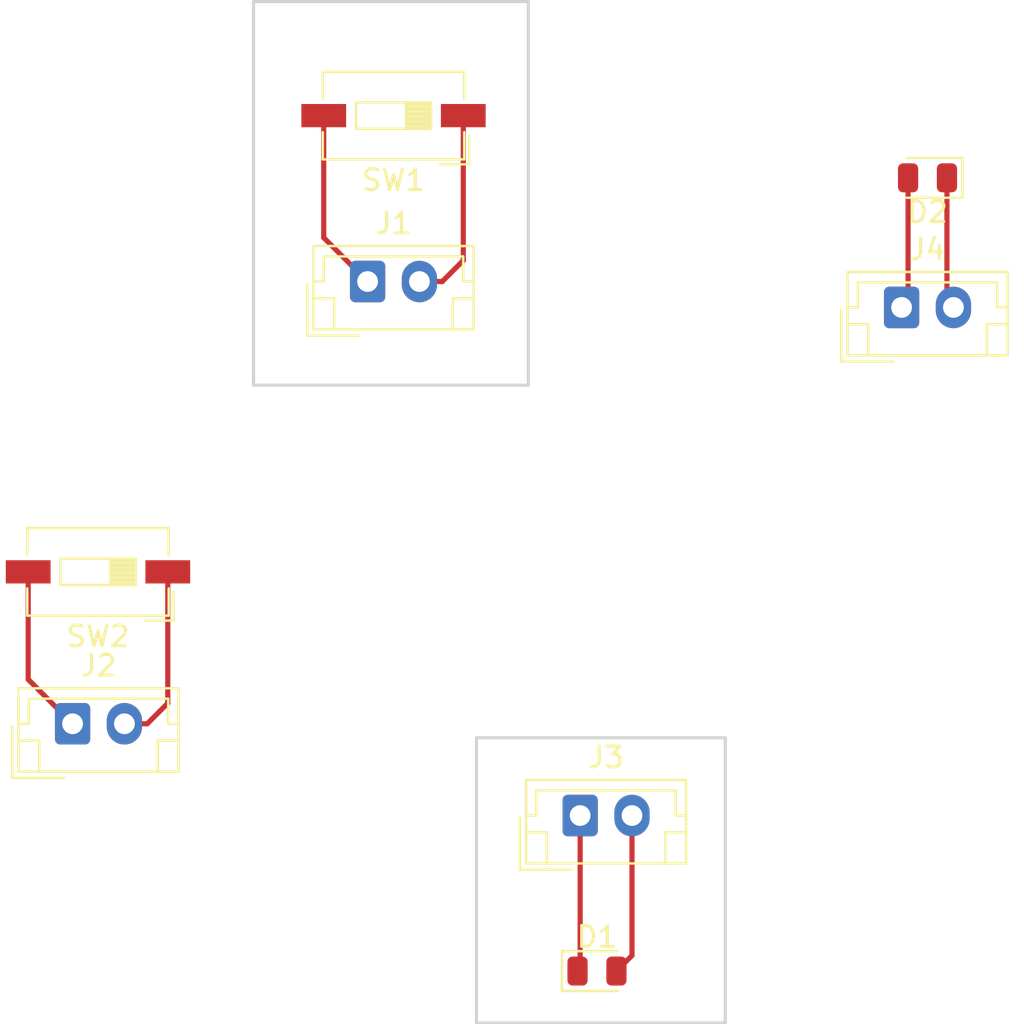
<source format=kicad_pcb>
(kicad_pcb (version 20171130) (host pcbnew 5.0.2-bee76a0~70~ubuntu18.04.1)

  (general
    (thickness 1.6)
    (drawings 8)
    (tracks 18)
    (zones 0)
    (modules 8)
    (nets 9)
  )

  (page A4)
  (layers
    (0 F.Cu signal)
    (31 B.Cu signal)
    (32 B.Adhes user)
    (33 F.Adhes user)
    (34 B.Paste user)
    (35 F.Paste user)
    (36 B.SilkS user)
    (37 F.SilkS user)
    (38 B.Mask user)
    (39 F.Mask user)
    (40 Dwgs.User user)
    (41 Cmts.User user)
    (42 Eco1.User user)
    (43 Eco2.User user)
    (44 Edge.Cuts user)
    (45 Margin user)
    (46 B.CrtYd user)
    (47 F.CrtYd user)
    (48 B.Fab user)
    (49 F.Fab user)
  )

  (setup
    (last_trace_width 0.25)
    (trace_clearance 0.2)
    (zone_clearance 0.508)
    (zone_45_only no)
    (trace_min 0.2)
    (segment_width 0.2)
    (edge_width 0.15)
    (via_size 0.8)
    (via_drill 0.4)
    (via_min_size 0.4)
    (via_min_drill 0.3)
    (uvia_size 0.3)
    (uvia_drill 0.1)
    (uvias_allowed no)
    (uvia_min_size 0.2)
    (uvia_min_drill 0.1)
    (pcb_text_width 0.3)
    (pcb_text_size 1.5 1.5)
    (mod_edge_width 0.15)
    (mod_text_size 1 1)
    (mod_text_width 0.15)
    (pad_size 1.524 1.524)
    (pad_drill 0.762)
    (pad_to_mask_clearance 0.051)
    (solder_mask_min_width 0.25)
    (aux_axis_origin 0 0)
    (visible_elements FFFFFF7F)
    (pcbplotparams
      (layerselection 0x010fc_ffffffff)
      (usegerberextensions false)
      (usegerberattributes false)
      (usegerberadvancedattributes false)
      (creategerberjobfile false)
      (excludeedgelayer true)
      (linewidth 0.100000)
      (plotframeref false)
      (viasonmask false)
      (mode 1)
      (useauxorigin false)
      (hpglpennumber 1)
      (hpglpenspeed 20)
      (hpglpendiameter 15.000000)
      (psnegative false)
      (psa4output false)
      (plotreference true)
      (plotvalue true)
      (plotinvisibletext false)
      (padsonsilk false)
      (subtractmaskfromsilk false)
      (outputformat 1)
      (mirror false)
      (drillshape 1)
      (scaleselection 1)
      (outputdirectory ""))
  )

  (net 0 "")
  (net 1 "Net-(D1-Pad1)")
  (net 2 "Net-(D1-Pad2)")
  (net 3 "Net-(D2-Pad2)")
  (net 4 "Net-(D2-Pad1)")
  (net 5 "Net-(J1-Pad1)")
  (net 6 "Net-(J1-Pad2)")
  (net 7 "Net-(J2-Pad2)")
  (net 8 "Net-(J2-Pad1)")

  (net_class Default "This is the default net class."
    (clearance 0.2)
    (trace_width 0.25)
    (via_dia 0.8)
    (via_drill 0.4)
    (uvia_dia 0.3)
    (uvia_drill 0.1)
    (add_net "Net-(D1-Pad1)")
    (add_net "Net-(D1-Pad2)")
    (add_net "Net-(D2-Pad1)")
    (add_net "Net-(D2-Pad2)")
    (add_net "Net-(J1-Pad1)")
    (add_net "Net-(J1-Pad2)")
    (add_net "Net-(J2-Pad1)")
    (add_net "Net-(J2-Pad2)")
  )

  (module LED_SMD:LED_0805_2012Metric (layer F.Cu) (tedit 5B36C52C) (tstamp 5CCCBB7A)
    (at 131.8125 100.75)
    (descr "LED SMD 0805 (2012 Metric), square (rectangular) end terminal, IPC_7351 nominal, (Body size source: https://docs.google.com/spreadsheets/d/1BsfQQcO9C6DZCsRaXUlFlo91Tg2WpOkGARC1WS5S8t0/edit?usp=sharing), generated with kicad-footprint-generator")
    (tags diode)
    (path /5CC030D0)
    (attr smd)
    (fp_text reference D1 (at 0 -1.65) (layer F.SilkS)
      (effects (font (size 1 1) (thickness 0.15)))
    )
    (fp_text value LED (at 0 1.65) (layer F.Fab)
      (effects (font (size 1 1) (thickness 0.15)))
    )
    (fp_line (start 1 -0.6) (end -0.7 -0.6) (layer F.Fab) (width 0.1))
    (fp_line (start -0.7 -0.6) (end -1 -0.3) (layer F.Fab) (width 0.1))
    (fp_line (start -1 -0.3) (end -1 0.6) (layer F.Fab) (width 0.1))
    (fp_line (start -1 0.6) (end 1 0.6) (layer F.Fab) (width 0.1))
    (fp_line (start 1 0.6) (end 1 -0.6) (layer F.Fab) (width 0.1))
    (fp_line (start 1 -0.96) (end -1.685 -0.96) (layer F.SilkS) (width 0.12))
    (fp_line (start -1.685 -0.96) (end -1.685 0.96) (layer F.SilkS) (width 0.12))
    (fp_line (start -1.685 0.96) (end 1 0.96) (layer F.SilkS) (width 0.12))
    (fp_line (start -1.68 0.95) (end -1.68 -0.95) (layer F.CrtYd) (width 0.05))
    (fp_line (start -1.68 -0.95) (end 1.68 -0.95) (layer F.CrtYd) (width 0.05))
    (fp_line (start 1.68 -0.95) (end 1.68 0.95) (layer F.CrtYd) (width 0.05))
    (fp_line (start 1.68 0.95) (end -1.68 0.95) (layer F.CrtYd) (width 0.05))
    (fp_text user %R (at 0 0) (layer F.Fab)
      (effects (font (size 0.5 0.5) (thickness 0.08)))
    )
    (pad 1 smd roundrect (at -0.9375 0) (size 0.975 1.4) (layers F.Cu F.Paste F.Mask) (roundrect_rratio 0.25)
      (net 1 "Net-(D1-Pad1)"))
    (pad 2 smd roundrect (at 0.9375 0) (size 0.975 1.4) (layers F.Cu F.Paste F.Mask) (roundrect_rratio 0.25)
      (net 2 "Net-(D1-Pad2)"))
    (model ${KISYS3DMOD}/LED_SMD.3dshapes/LED_0805_2012Metric.wrl
      (at (xyz 0 0 0))
      (scale (xyz 1 1 1))
      (rotate (xyz 0 0 0))
    )
  )

  (module LED_SMD:LED_0805_2012Metric (layer F.Cu) (tedit 5B36C52C) (tstamp 5CCCBB8D)
    (at 147.75 62.5 180)
    (descr "LED SMD 0805 (2012 Metric), square (rectangular) end terminal, IPC_7351 nominal, (Body size source: https://docs.google.com/spreadsheets/d/1BsfQQcO9C6DZCsRaXUlFlo91Tg2WpOkGARC1WS5S8t0/edit?usp=sharing), generated with kicad-footprint-generator")
    (tags diode)
    (path /5CC03301)
    (attr smd)
    (fp_text reference D2 (at 0 -1.65 180) (layer F.SilkS)
      (effects (font (size 1 1) (thickness 0.15)))
    )
    (fp_text value D_Photo (at 0 1.65 180) (layer F.Fab)
      (effects (font (size 1 1) (thickness 0.15)))
    )
    (fp_text user %R (at 0.004999 0 180) (layer F.Fab)
      (effects (font (size 0.5 0.5) (thickness 0.08)))
    )
    (fp_line (start 1.68 0.95) (end -1.68 0.95) (layer F.CrtYd) (width 0.05))
    (fp_line (start 1.68 -0.95) (end 1.68 0.95) (layer F.CrtYd) (width 0.05))
    (fp_line (start -1.68 -0.95) (end 1.68 -0.95) (layer F.CrtYd) (width 0.05))
    (fp_line (start -1.68 0.95) (end -1.68 -0.95) (layer F.CrtYd) (width 0.05))
    (fp_line (start -1.685 0.96) (end 1 0.96) (layer F.SilkS) (width 0.12))
    (fp_line (start -1.685 -0.96) (end -1.685 0.96) (layer F.SilkS) (width 0.12))
    (fp_line (start 1 -0.96) (end -1.685 -0.96) (layer F.SilkS) (width 0.12))
    (fp_line (start 1 0.6) (end 1 -0.6) (layer F.Fab) (width 0.1))
    (fp_line (start -1 0.6) (end 1 0.6) (layer F.Fab) (width 0.1))
    (fp_line (start -1 -0.3) (end -1 0.6) (layer F.Fab) (width 0.1))
    (fp_line (start -0.7 -0.6) (end -1 -0.3) (layer F.Fab) (width 0.1))
    (fp_line (start 1 -0.6) (end -0.7 -0.6) (layer F.Fab) (width 0.1))
    (pad 2 smd roundrect (at 0.9375 0 180) (size 0.975 1.4) (layers F.Cu F.Paste F.Mask) (roundrect_rratio 0.25)
      (net 3 "Net-(D2-Pad2)"))
    (pad 1 smd roundrect (at -0.9375 0 180) (size 0.975 1.4) (layers F.Cu F.Paste F.Mask) (roundrect_rratio 0.25)
      (net 4 "Net-(D2-Pad1)"))
    (model ${KISYS3DMOD}/LED_SMD.3dshapes/LED_0805_2012Metric.wrl
      (at (xyz 0 0 0))
      (scale (xyz 1 1 1))
      (rotate (xyz 0 0 0))
    )
  )

  (module Connector_JST:JST_EH_B02B-EH-A_1x02_P2.50mm_Vertical (layer F.Cu) (tedit 5B772AC7) (tstamp 5CCCBBAD)
    (at 120.75 67.5)
    (descr "JST EH series connector, B02B-EH-A (http://www.jst-mfg.com/product/pdf/eng/eEH.pdf), generated with kicad-footprint-generator")
    (tags "connector JST EH side entry")
    (path /5CC02A54)
    (fp_text reference J1 (at 1.25 -2.8) (layer F.SilkS)
      (effects (font (size 1 1) (thickness 0.15)))
    )
    (fp_text value Conn_01x02 (at 1.25 3.4) (layer F.Fab)
      (effects (font (size 1 1) (thickness 0.15)))
    )
    (fp_line (start -2.5 -1.6) (end -2.5 2.2) (layer F.Fab) (width 0.1))
    (fp_line (start -2.5 2.2) (end 5 2.2) (layer F.Fab) (width 0.1))
    (fp_line (start 5 2.2) (end 5 -1.6) (layer F.Fab) (width 0.1))
    (fp_line (start 5 -1.6) (end -2.5 -1.6) (layer F.Fab) (width 0.1))
    (fp_line (start -3 -2.1) (end -3 2.7) (layer F.CrtYd) (width 0.05))
    (fp_line (start -3 2.7) (end 5.5 2.7) (layer F.CrtYd) (width 0.05))
    (fp_line (start 5.5 2.7) (end 5.5 -2.1) (layer F.CrtYd) (width 0.05))
    (fp_line (start 5.5 -2.1) (end -3 -2.1) (layer F.CrtYd) (width 0.05))
    (fp_line (start -2.61 -1.71) (end -2.61 2.31) (layer F.SilkS) (width 0.12))
    (fp_line (start -2.61 2.31) (end 5.11 2.31) (layer F.SilkS) (width 0.12))
    (fp_line (start 5.11 2.31) (end 5.11 -1.71) (layer F.SilkS) (width 0.12))
    (fp_line (start 5.11 -1.71) (end -2.61 -1.71) (layer F.SilkS) (width 0.12))
    (fp_line (start -2.61 0) (end -2.11 0) (layer F.SilkS) (width 0.12))
    (fp_line (start -2.11 0) (end -2.11 -1.21) (layer F.SilkS) (width 0.12))
    (fp_line (start -2.11 -1.21) (end 4.61 -1.21) (layer F.SilkS) (width 0.12))
    (fp_line (start 4.61 -1.21) (end 4.61 0) (layer F.SilkS) (width 0.12))
    (fp_line (start 4.61 0) (end 5.11 0) (layer F.SilkS) (width 0.12))
    (fp_line (start -2.61 0.81) (end -1.61 0.81) (layer F.SilkS) (width 0.12))
    (fp_line (start -1.61 0.81) (end -1.61 2.31) (layer F.SilkS) (width 0.12))
    (fp_line (start 5.11 0.81) (end 4.11 0.81) (layer F.SilkS) (width 0.12))
    (fp_line (start 4.11 0.81) (end 4.11 2.31) (layer F.SilkS) (width 0.12))
    (fp_line (start -2.91 0.11) (end -2.91 2.61) (layer F.SilkS) (width 0.12))
    (fp_line (start -2.91 2.61) (end -0.41 2.61) (layer F.SilkS) (width 0.12))
    (fp_line (start -2.91 0.11) (end -2.91 2.61) (layer F.Fab) (width 0.1))
    (fp_line (start -2.91 2.61) (end -0.41 2.61) (layer F.Fab) (width 0.1))
    (fp_text user %R (at 1.25 1.5) (layer F.Fab)
      (effects (font (size 1 1) (thickness 0.15)))
    )
    (pad 1 thru_hole roundrect (at 0 0) (size 1.7 2) (drill 1) (layers *.Cu *.Mask) (roundrect_rratio 0.147059)
      (net 5 "Net-(J1-Pad1)"))
    (pad 2 thru_hole oval (at 2.5 0) (size 1.7 2) (drill 1) (layers *.Cu *.Mask)
      (net 6 "Net-(J1-Pad2)"))
    (model ${KISYS3DMOD}/Connector_JST.3dshapes/JST_EH_B02B-EH-A_1x02_P2.50mm_Vertical.wrl
      (at (xyz 0 0 0))
      (scale (xyz 1 1 1))
      (rotate (xyz 0 0 0))
    )
  )

  (module Connector_JST:JST_EH_B02B-EH-A_1x02_P2.50mm_Vertical (layer F.Cu) (tedit 5B772AC7) (tstamp 5CCCBBCD)
    (at 106.525001 88.825001)
    (descr "JST EH series connector, B02B-EH-A (http://www.jst-mfg.com/product/pdf/eng/eEH.pdf), generated with kicad-footprint-generator")
    (tags "connector JST EH side entry")
    (path /5CC02EF3)
    (fp_text reference J2 (at 1.25 -2.8) (layer F.SilkS)
      (effects (font (size 1 1) (thickness 0.15)))
    )
    (fp_text value Conn_01x02 (at 1.25 3.4) (layer F.Fab)
      (effects (font (size 1 1) (thickness 0.15)))
    )
    (fp_text user %R (at 1.25 1.5) (layer F.Fab)
      (effects (font (size 1 1) (thickness 0.15)))
    )
    (fp_line (start -2.91 2.61) (end -0.41 2.61) (layer F.Fab) (width 0.1))
    (fp_line (start -2.91 0.11) (end -2.91 2.61) (layer F.Fab) (width 0.1))
    (fp_line (start -2.91 2.61) (end -0.41 2.61) (layer F.SilkS) (width 0.12))
    (fp_line (start -2.91 0.11) (end -2.91 2.61) (layer F.SilkS) (width 0.12))
    (fp_line (start 4.11 0.81) (end 4.11 2.31) (layer F.SilkS) (width 0.12))
    (fp_line (start 5.11 0.81) (end 4.11 0.81) (layer F.SilkS) (width 0.12))
    (fp_line (start -1.61 0.81) (end -1.61 2.31) (layer F.SilkS) (width 0.12))
    (fp_line (start -2.61 0.81) (end -1.61 0.81) (layer F.SilkS) (width 0.12))
    (fp_line (start 4.61 0) (end 5.11 0) (layer F.SilkS) (width 0.12))
    (fp_line (start 4.61 -1.21) (end 4.61 0) (layer F.SilkS) (width 0.12))
    (fp_line (start -2.11 -1.21) (end 4.61 -1.21) (layer F.SilkS) (width 0.12))
    (fp_line (start -2.11 0) (end -2.11 -1.21) (layer F.SilkS) (width 0.12))
    (fp_line (start -2.61 0) (end -2.11 0) (layer F.SilkS) (width 0.12))
    (fp_line (start 5.11 -1.71) (end -2.61 -1.71) (layer F.SilkS) (width 0.12))
    (fp_line (start 5.11 2.31) (end 5.11 -1.71) (layer F.SilkS) (width 0.12))
    (fp_line (start -2.61 2.31) (end 5.11 2.31) (layer F.SilkS) (width 0.12))
    (fp_line (start -2.61 -1.71) (end -2.61 2.31) (layer F.SilkS) (width 0.12))
    (fp_line (start 5.5 -2.1) (end -3 -2.1) (layer F.CrtYd) (width 0.05))
    (fp_line (start 5.5 2.7) (end 5.5 -2.1) (layer F.CrtYd) (width 0.05))
    (fp_line (start -3 2.7) (end 5.5 2.7) (layer F.CrtYd) (width 0.05))
    (fp_line (start -3 -2.1) (end -3 2.7) (layer F.CrtYd) (width 0.05))
    (fp_line (start 5 -1.6) (end -2.5 -1.6) (layer F.Fab) (width 0.1))
    (fp_line (start 5 2.2) (end 5 -1.6) (layer F.Fab) (width 0.1))
    (fp_line (start -2.5 2.2) (end 5 2.2) (layer F.Fab) (width 0.1))
    (fp_line (start -2.5 -1.6) (end -2.5 2.2) (layer F.Fab) (width 0.1))
    (pad 2 thru_hole oval (at 2.5 0) (size 1.7 2) (drill 1) (layers *.Cu *.Mask)
      (net 7 "Net-(J2-Pad2)"))
    (pad 1 thru_hole roundrect (at 0 0) (size 1.7 2) (drill 1) (layers *.Cu *.Mask) (roundrect_rratio 0.147059)
      (net 8 "Net-(J2-Pad1)"))
    (model ${KISYS3DMOD}/Connector_JST.3dshapes/JST_EH_B02B-EH-A_1x02_P2.50mm_Vertical.wrl
      (at (xyz 0 0 0))
      (scale (xyz 1 1 1))
      (rotate (xyz 0 0 0))
    )
  )

  (module Connector_JST:JST_EH_B02B-EH-A_1x02_P2.50mm_Vertical (layer F.Cu) (tedit 5B772AC7) (tstamp 5CCCBBED)
    (at 131 93.25)
    (descr "JST EH series connector, B02B-EH-A (http://www.jst-mfg.com/product/pdf/eng/eEH.pdf), generated with kicad-footprint-generator")
    (tags "connector JST EH side entry")
    (path /5CC0302A)
    (fp_text reference J3 (at 1.25 -2.8) (layer F.SilkS)
      (effects (font (size 1 1) (thickness 0.15)))
    )
    (fp_text value Conn_01x02 (at 1.25 3.4) (layer F.Fab)
      (effects (font (size 1 1) (thickness 0.15)))
    )
    (fp_line (start -2.5 -1.6) (end -2.5 2.2) (layer F.Fab) (width 0.1))
    (fp_line (start -2.5 2.2) (end 5 2.2) (layer F.Fab) (width 0.1))
    (fp_line (start 5 2.2) (end 5 -1.6) (layer F.Fab) (width 0.1))
    (fp_line (start 5 -1.6) (end -2.5 -1.6) (layer F.Fab) (width 0.1))
    (fp_line (start -3 -2.1) (end -3 2.7) (layer F.CrtYd) (width 0.05))
    (fp_line (start -3 2.7) (end 5.5 2.7) (layer F.CrtYd) (width 0.05))
    (fp_line (start 5.5 2.7) (end 5.5 -2.1) (layer F.CrtYd) (width 0.05))
    (fp_line (start 5.5 -2.1) (end -3 -2.1) (layer F.CrtYd) (width 0.05))
    (fp_line (start -2.61 -1.71) (end -2.61 2.31) (layer F.SilkS) (width 0.12))
    (fp_line (start -2.61 2.31) (end 5.11 2.31) (layer F.SilkS) (width 0.12))
    (fp_line (start 5.11 2.31) (end 5.11 -1.71) (layer F.SilkS) (width 0.12))
    (fp_line (start 5.11 -1.71) (end -2.61 -1.71) (layer F.SilkS) (width 0.12))
    (fp_line (start -2.61 0) (end -2.11 0) (layer F.SilkS) (width 0.12))
    (fp_line (start -2.11 0) (end -2.11 -1.21) (layer F.SilkS) (width 0.12))
    (fp_line (start -2.11 -1.21) (end 4.61 -1.21) (layer F.SilkS) (width 0.12))
    (fp_line (start 4.61 -1.21) (end 4.61 0) (layer F.SilkS) (width 0.12))
    (fp_line (start 4.61 0) (end 5.11 0) (layer F.SilkS) (width 0.12))
    (fp_line (start -2.61 0.81) (end -1.61 0.81) (layer F.SilkS) (width 0.12))
    (fp_line (start -1.61 0.81) (end -1.61 2.31) (layer F.SilkS) (width 0.12))
    (fp_line (start 5.11 0.81) (end 4.11 0.81) (layer F.SilkS) (width 0.12))
    (fp_line (start 4.11 0.81) (end 4.11 2.31) (layer F.SilkS) (width 0.12))
    (fp_line (start -2.91 0.11) (end -2.91 2.61) (layer F.SilkS) (width 0.12))
    (fp_line (start -2.91 2.61) (end -0.41 2.61) (layer F.SilkS) (width 0.12))
    (fp_line (start -2.91 0.11) (end -2.91 2.61) (layer F.Fab) (width 0.1))
    (fp_line (start -2.91 2.61) (end -0.41 2.61) (layer F.Fab) (width 0.1))
    (fp_text user %R (at 1.25 1.5) (layer F.Fab)
      (effects (font (size 1 1) (thickness 0.15)))
    )
    (pad 1 thru_hole roundrect (at 0 0) (size 1.7 2) (drill 1) (layers *.Cu *.Mask) (roundrect_rratio 0.147059)
      (net 1 "Net-(D1-Pad1)"))
    (pad 2 thru_hole oval (at 2.5 0) (size 1.7 2) (drill 1) (layers *.Cu *.Mask)
      (net 2 "Net-(D1-Pad2)"))
    (model ${KISYS3DMOD}/Connector_JST.3dshapes/JST_EH_B02B-EH-A_1x02_P2.50mm_Vertical.wrl
      (at (xyz 0 0 0))
      (scale (xyz 1 1 1))
      (rotate (xyz 0 0 0))
    )
  )

  (module Connector_JST:JST_EH_B02B-EH-A_1x02_P2.50mm_Vertical (layer F.Cu) (tedit 5B772AC7) (tstamp 5CCCBC0D)
    (at 146.5 68.75)
    (descr "JST EH series connector, B02B-EH-A (http://www.jst-mfg.com/product/pdf/eng/eEH.pdf), generated with kicad-footprint-generator")
    (tags "connector JST EH side entry")
    (path /5CC03252)
    (fp_text reference J4 (at 1.25 -2.8) (layer F.SilkS)
      (effects (font (size 1 1) (thickness 0.15)))
    )
    (fp_text value Conn_01x02 (at 1.25 3.4) (layer F.Fab)
      (effects (font (size 1 1) (thickness 0.15)))
    )
    (fp_text user %R (at 1.25 1.5) (layer F.Fab)
      (effects (font (size 1 1) (thickness 0.15)))
    )
    (fp_line (start -2.91 2.61) (end -0.41 2.61) (layer F.Fab) (width 0.1))
    (fp_line (start -2.91 0.11) (end -2.91 2.61) (layer F.Fab) (width 0.1))
    (fp_line (start -2.91 2.61) (end -0.41 2.61) (layer F.SilkS) (width 0.12))
    (fp_line (start -2.91 0.11) (end -2.91 2.61) (layer F.SilkS) (width 0.12))
    (fp_line (start 4.11 0.81) (end 4.11 2.31) (layer F.SilkS) (width 0.12))
    (fp_line (start 5.11 0.81) (end 4.11 0.81) (layer F.SilkS) (width 0.12))
    (fp_line (start -1.61 0.81) (end -1.61 2.31) (layer F.SilkS) (width 0.12))
    (fp_line (start -2.61 0.81) (end -1.61 0.81) (layer F.SilkS) (width 0.12))
    (fp_line (start 4.61 0) (end 5.11 0) (layer F.SilkS) (width 0.12))
    (fp_line (start 4.61 -1.21) (end 4.61 0) (layer F.SilkS) (width 0.12))
    (fp_line (start -2.11 -1.21) (end 4.61 -1.21) (layer F.SilkS) (width 0.12))
    (fp_line (start -2.11 0) (end -2.11 -1.21) (layer F.SilkS) (width 0.12))
    (fp_line (start -2.61 0) (end -2.11 0) (layer F.SilkS) (width 0.12))
    (fp_line (start 5.11 -1.71) (end -2.61 -1.71) (layer F.SilkS) (width 0.12))
    (fp_line (start 5.11 2.31) (end 5.11 -1.71) (layer F.SilkS) (width 0.12))
    (fp_line (start -2.61 2.31) (end 5.11 2.31) (layer F.SilkS) (width 0.12))
    (fp_line (start -2.61 -1.71) (end -2.61 2.31) (layer F.SilkS) (width 0.12))
    (fp_line (start 5.5 -2.1) (end -3 -2.1) (layer F.CrtYd) (width 0.05))
    (fp_line (start 5.5 2.7) (end 5.5 -2.1) (layer F.CrtYd) (width 0.05))
    (fp_line (start -3 2.7) (end 5.5 2.7) (layer F.CrtYd) (width 0.05))
    (fp_line (start -3 -2.1) (end -3 2.7) (layer F.CrtYd) (width 0.05))
    (fp_line (start 5 -1.6) (end -2.5 -1.6) (layer F.Fab) (width 0.1))
    (fp_line (start 5 2.2) (end 5 -1.6) (layer F.Fab) (width 0.1))
    (fp_line (start -2.5 2.2) (end 5 2.2) (layer F.Fab) (width 0.1))
    (fp_line (start -2.5 -1.6) (end -2.5 2.2) (layer F.Fab) (width 0.1))
    (pad 2 thru_hole oval (at 2.5 0) (size 1.7 2) (drill 1) (layers *.Cu *.Mask)
      (net 4 "Net-(D2-Pad1)"))
    (pad 1 thru_hole roundrect (at 0 0) (size 1.7 2) (drill 1) (layers *.Cu *.Mask) (roundrect_rratio 0.147059)
      (net 3 "Net-(D2-Pad2)"))
    (model ${KISYS3DMOD}/Connector_JST.3dshapes/JST_EH_B02B-EH-A_1x02_P2.50mm_Vertical.wrl
      (at (xyz 0 0 0))
      (scale (xyz 1 1 1))
      (rotate (xyz 0 0 0))
    )
  )

  (module Button_Switch_SMD:SW_DIP_SPSTx01_Slide_6.7x4.1mm_W6.73mm_P2.54mm_LowProfile_JPin (layer F.Cu) (tedit 5A4E1404) (tstamp 5CCCBC46)
    (at 122 59.5 180)
    (descr "SMD 1x-dip-switch SPST , Slide, row spacing 6.73 mm (264 mils), body size 6.7x4.1mm (see e.g. https://www.ctscorp.com/wp-content/uploads/219.pdf), SMD, LowProfile, JPin")
    (tags "SMD DIP Switch SPST Slide 6.73mm 264mil SMD LowProfile JPin")
    (path /5CC02D08)
    (attr smd)
    (fp_text reference SW1 (at 0 -3.11 180) (layer F.SilkS)
      (effects (font (size 1 1) (thickness 0.15)))
    )
    (fp_text value SW_SPST (at 0 3.11 180) (layer F.Fab)
      (effects (font (size 1 1) (thickness 0.15)))
    )
    (fp_line (start -2.35 -2.05) (end 3.35 -2.05) (layer F.Fab) (width 0.1))
    (fp_line (start 3.35 -2.05) (end 3.35 2.05) (layer F.Fab) (width 0.1))
    (fp_line (start 3.35 2.05) (end -3.35 2.05) (layer F.Fab) (width 0.1))
    (fp_line (start -3.35 2.05) (end -3.35 -1.05) (layer F.Fab) (width 0.1))
    (fp_line (start -3.35 -1.05) (end -2.35 -2.05) (layer F.Fab) (width 0.1))
    (fp_line (start -1.81 -0.635) (end -1.81 0.635) (layer F.Fab) (width 0.1))
    (fp_line (start -1.81 0.635) (end 1.81 0.635) (layer F.Fab) (width 0.1))
    (fp_line (start 1.81 0.635) (end 1.81 -0.635) (layer F.Fab) (width 0.1))
    (fp_line (start 1.81 -0.635) (end -1.81 -0.635) (layer F.Fab) (width 0.1))
    (fp_line (start -1.81 -0.535) (end -0.603333 -0.535) (layer F.Fab) (width 0.1))
    (fp_line (start -1.81 -0.435) (end -0.603333 -0.435) (layer F.Fab) (width 0.1))
    (fp_line (start -1.81 -0.335) (end -0.603333 -0.335) (layer F.Fab) (width 0.1))
    (fp_line (start -1.81 -0.235) (end -0.603333 -0.235) (layer F.Fab) (width 0.1))
    (fp_line (start -1.81 -0.135) (end -0.603333 -0.135) (layer F.Fab) (width 0.1))
    (fp_line (start -1.81 -0.035) (end -0.603333 -0.035) (layer F.Fab) (width 0.1))
    (fp_line (start -1.81 0.065) (end -0.603333 0.065) (layer F.Fab) (width 0.1))
    (fp_line (start -1.81 0.165) (end -0.603333 0.165) (layer F.Fab) (width 0.1))
    (fp_line (start -1.81 0.265) (end -0.603333 0.265) (layer F.Fab) (width 0.1))
    (fp_line (start -1.81 0.365) (end -0.603333 0.365) (layer F.Fab) (width 0.1))
    (fp_line (start -1.81 0.465) (end -0.603333 0.465) (layer F.Fab) (width 0.1))
    (fp_line (start -1.81 0.565) (end -0.603333 0.565) (layer F.Fab) (width 0.1))
    (fp_line (start -0.603333 -0.635) (end -0.603333 0.635) (layer F.Fab) (width 0.1))
    (fp_line (start -3.41 -2.11) (end 3.41 -2.11) (layer F.SilkS) (width 0.12))
    (fp_line (start -3.41 2.11) (end 3.41 2.11) (layer F.SilkS) (width 0.12))
    (fp_line (start -3.41 -2.11) (end -3.41 -0.8) (layer F.SilkS) (width 0.12))
    (fp_line (start -3.41 0.8) (end -3.41 2.11) (layer F.SilkS) (width 0.12))
    (fp_line (start 3.41 -2.11) (end 3.41 -0.8) (layer F.SilkS) (width 0.12))
    (fp_line (start 3.41 0.8) (end 3.41 2.11) (layer F.SilkS) (width 0.12))
    (fp_line (start -3.65 -2.35) (end -2.267 -2.35) (layer F.SilkS) (width 0.12))
    (fp_line (start -3.65 -2.35) (end -3.65 -0.967) (layer F.SilkS) (width 0.12))
    (fp_line (start -1.81 -0.635) (end -1.81 0.635) (layer F.SilkS) (width 0.12))
    (fp_line (start -1.81 0.635) (end 1.81 0.635) (layer F.SilkS) (width 0.12))
    (fp_line (start 1.81 0.635) (end 1.81 -0.635) (layer F.SilkS) (width 0.12))
    (fp_line (start 1.81 -0.635) (end -1.81 -0.635) (layer F.SilkS) (width 0.12))
    (fp_line (start -1.81 -0.515) (end -0.603333 -0.515) (layer F.SilkS) (width 0.12))
    (fp_line (start -1.81 -0.395) (end -0.603333 -0.395) (layer F.SilkS) (width 0.12))
    (fp_line (start -1.81 -0.275) (end -0.603333 -0.275) (layer F.SilkS) (width 0.12))
    (fp_line (start -1.81 -0.155) (end -0.603333 -0.155) (layer F.SilkS) (width 0.12))
    (fp_line (start -1.81 -0.035) (end -0.603333 -0.035) (layer F.SilkS) (width 0.12))
    (fp_line (start -1.81 0.085) (end -0.603333 0.085) (layer F.SilkS) (width 0.12))
    (fp_line (start -1.81 0.205) (end -0.603333 0.205) (layer F.SilkS) (width 0.12))
    (fp_line (start -1.81 0.325) (end -0.603333 0.325) (layer F.SilkS) (width 0.12))
    (fp_line (start -1.81 0.445) (end -0.603333 0.445) (layer F.SilkS) (width 0.12))
    (fp_line (start -1.81 0.565) (end -0.603333 0.565) (layer F.SilkS) (width 0.12))
    (fp_line (start -0.603333 -0.635) (end -0.603333 0.635) (layer F.SilkS) (width 0.12))
    (fp_line (start -4.7 -2.4) (end -4.7 2.4) (layer F.CrtYd) (width 0.05))
    (fp_line (start -4.7 2.4) (end 4.7 2.4) (layer F.CrtYd) (width 0.05))
    (fp_line (start 4.7 2.4) (end 4.7 -2.4) (layer F.CrtYd) (width 0.05))
    (fp_line (start 4.7 -2.4) (end -4.7 -2.4) (layer F.CrtYd) (width 0.05))
    (fp_text user %R (at 2.58 0 270) (layer F.Fab)
      (effects (font (size 0.6 0.6) (thickness 0.09)))
    )
    (fp_text user on (at 0.8975 -1.3425 180) (layer F.Fab)
      (effects (font (size 0.6 0.6) (thickness 0.09)))
    )
    (pad 1 smd rect (at -3.365 0 180) (size 2.16 1.12) (layers F.Cu F.Paste F.Mask)
      (net 6 "Net-(J1-Pad2)"))
    (pad 2 smd rect (at 3.365 0 180) (size 2.16 1.12) (layers F.Cu F.Paste F.Mask)
      (net 5 "Net-(J1-Pad1)"))
    (model ${KISYS3DMOD}/Button_Switch_SMD.3dshapes/SW_DIP_SPSTx01_Slide_6.7x4.1mm_W6.73mm_P2.54mm_LowProfile_JPin.wrl
      (at (xyz 0 0 0))
      (scale (xyz 1 1 1))
      (rotate (xyz 0 0 90))
    )
  )

  (module Button_Switch_SMD:SW_DIP_SPSTx01_Slide_6.7x4.1mm_W6.73mm_P2.54mm_LowProfile_JPin (layer F.Cu) (tedit 5A4E1404) (tstamp 5CCCBC7F)
    (at 107.75 81.5 180)
    (descr "SMD 1x-dip-switch SPST , Slide, row spacing 6.73 mm (264 mils), body size 6.7x4.1mm (see e.g. https://www.ctscorp.com/wp-content/uploads/219.pdf), SMD, LowProfile, JPin")
    (tags "SMD DIP Switch SPST Slide 6.73mm 264mil SMD LowProfile JPin")
    (path /5CC02EFA)
    (attr smd)
    (fp_text reference SW2 (at 0 -3.11 180) (layer F.SilkS)
      (effects (font (size 1 1) (thickness 0.15)))
    )
    (fp_text value SW_SPST (at 0 3.11 180) (layer F.Fab)
      (effects (font (size 1 1) (thickness 0.15)))
    )
    (fp_text user on (at 0.8975 -1.3425 180) (layer F.Fab)
      (effects (font (size 0.6 0.6) (thickness 0.09)))
    )
    (fp_text user %R (at 2.58 0 270) (layer F.Fab)
      (effects (font (size 0.6 0.6) (thickness 0.09)))
    )
    (fp_line (start 4.7 -2.4) (end -4.7 -2.4) (layer F.CrtYd) (width 0.05))
    (fp_line (start 4.7 2.4) (end 4.7 -2.4) (layer F.CrtYd) (width 0.05))
    (fp_line (start -4.7 2.4) (end 4.7 2.4) (layer F.CrtYd) (width 0.05))
    (fp_line (start -4.7 -2.4) (end -4.7 2.4) (layer F.CrtYd) (width 0.05))
    (fp_line (start -0.603333 -0.635) (end -0.603333 0.635) (layer F.SilkS) (width 0.12))
    (fp_line (start -1.81 0.565) (end -0.603333 0.565) (layer F.SilkS) (width 0.12))
    (fp_line (start -1.81 0.445) (end -0.603333 0.445) (layer F.SilkS) (width 0.12))
    (fp_line (start -1.81 0.325) (end -0.603333 0.325) (layer F.SilkS) (width 0.12))
    (fp_line (start -1.81 0.205) (end -0.603333 0.205) (layer F.SilkS) (width 0.12))
    (fp_line (start -1.81 0.085) (end -0.603333 0.085) (layer F.SilkS) (width 0.12))
    (fp_line (start -1.81 -0.035) (end -0.603333 -0.035) (layer F.SilkS) (width 0.12))
    (fp_line (start -1.81 -0.155) (end -0.603333 -0.155) (layer F.SilkS) (width 0.12))
    (fp_line (start -1.81 -0.275) (end -0.603333 -0.275) (layer F.SilkS) (width 0.12))
    (fp_line (start -1.81 -0.395) (end -0.603333 -0.395) (layer F.SilkS) (width 0.12))
    (fp_line (start -1.81 -0.515) (end -0.603333 -0.515) (layer F.SilkS) (width 0.12))
    (fp_line (start 1.81 -0.635) (end -1.81 -0.635) (layer F.SilkS) (width 0.12))
    (fp_line (start 1.81 0.635) (end 1.81 -0.635) (layer F.SilkS) (width 0.12))
    (fp_line (start -1.81 0.635) (end 1.81 0.635) (layer F.SilkS) (width 0.12))
    (fp_line (start -1.81 -0.635) (end -1.81 0.635) (layer F.SilkS) (width 0.12))
    (fp_line (start -3.65 -2.35) (end -3.65 -0.967) (layer F.SilkS) (width 0.12))
    (fp_line (start -3.65 -2.35) (end -2.267 -2.35) (layer F.SilkS) (width 0.12))
    (fp_line (start 3.41 0.8) (end 3.41 2.11) (layer F.SilkS) (width 0.12))
    (fp_line (start 3.41 -2.11) (end 3.41 -0.8) (layer F.SilkS) (width 0.12))
    (fp_line (start -3.41 0.8) (end -3.41 2.11) (layer F.SilkS) (width 0.12))
    (fp_line (start -3.41 -2.11) (end -3.41 -0.8) (layer F.SilkS) (width 0.12))
    (fp_line (start -3.41 2.11) (end 3.41 2.11) (layer F.SilkS) (width 0.12))
    (fp_line (start -3.41 -2.11) (end 3.41 -2.11) (layer F.SilkS) (width 0.12))
    (fp_line (start -0.603333 -0.635) (end -0.603333 0.635) (layer F.Fab) (width 0.1))
    (fp_line (start -1.81 0.565) (end -0.603333 0.565) (layer F.Fab) (width 0.1))
    (fp_line (start -1.81 0.465) (end -0.603333 0.465) (layer F.Fab) (width 0.1))
    (fp_line (start -1.81 0.365) (end -0.603333 0.365) (layer F.Fab) (width 0.1))
    (fp_line (start -1.81 0.265) (end -0.603333 0.265) (layer F.Fab) (width 0.1))
    (fp_line (start -1.81 0.165) (end -0.603333 0.165) (layer F.Fab) (width 0.1))
    (fp_line (start -1.81 0.065) (end -0.603333 0.065) (layer F.Fab) (width 0.1))
    (fp_line (start -1.81 -0.035) (end -0.603333 -0.035) (layer F.Fab) (width 0.1))
    (fp_line (start -1.81 -0.135) (end -0.603333 -0.135) (layer F.Fab) (width 0.1))
    (fp_line (start -1.81 -0.235) (end -0.603333 -0.235) (layer F.Fab) (width 0.1))
    (fp_line (start -1.81 -0.335) (end -0.603333 -0.335) (layer F.Fab) (width 0.1))
    (fp_line (start -1.81 -0.435) (end -0.603333 -0.435) (layer F.Fab) (width 0.1))
    (fp_line (start -1.81 -0.535) (end -0.603333 -0.535) (layer F.Fab) (width 0.1))
    (fp_line (start 1.81 -0.635) (end -1.81 -0.635) (layer F.Fab) (width 0.1))
    (fp_line (start 1.81 0.635) (end 1.81 -0.635) (layer F.Fab) (width 0.1))
    (fp_line (start -1.81 0.635) (end 1.81 0.635) (layer F.Fab) (width 0.1))
    (fp_line (start -1.81 -0.635) (end -1.81 0.635) (layer F.Fab) (width 0.1))
    (fp_line (start -3.35 -1.05) (end -2.35 -2.05) (layer F.Fab) (width 0.1))
    (fp_line (start -3.35 2.05) (end -3.35 -1.05) (layer F.Fab) (width 0.1))
    (fp_line (start 3.35 2.05) (end -3.35 2.05) (layer F.Fab) (width 0.1))
    (fp_line (start 3.35 -2.05) (end 3.35 2.05) (layer F.Fab) (width 0.1))
    (fp_line (start -2.35 -2.05) (end 3.35 -2.05) (layer F.Fab) (width 0.1))
    (pad 2 smd rect (at 3.365 0 180) (size 2.16 1.12) (layers F.Cu F.Paste F.Mask)
      (net 8 "Net-(J2-Pad1)"))
    (pad 1 smd rect (at -3.365 0 180) (size 2.16 1.12) (layers F.Cu F.Paste F.Mask)
      (net 7 "Net-(J2-Pad2)"))
    (model ${KISYS3DMOD}/Button_Switch_SMD.3dshapes/SW_DIP_SPSTx01_Slide_6.7x4.1mm_W6.73mm_P2.54mm_LowProfile_JPin.wrl
      (at (xyz 0 0 0))
      (scale (xyz 1 1 1))
      (rotate (xyz 0 0 90))
    )
  )

  (gr_line (start 128.5 54) (end 115.25 54) (layer Edge.Cuts) (width 0.15))
  (gr_line (start 126 103.25) (end 126 89.5) (layer Edge.Cuts) (width 0.15))
  (gr_line (start 138 103.25) (end 126 103.25) (layer Edge.Cuts) (width 0.15))
  (gr_line (start 138 89.5) (end 138 103.25) (layer Edge.Cuts) (width 0.15))
  (gr_line (start 126 89.5) (end 138 89.5) (layer Edge.Cuts) (width 0.15))
  (gr_line (start 115.25 72.5) (end 115.25 54) (layer Edge.Cuts) (width 0.15))
  (gr_line (start 128.5 72.5) (end 115.25 72.5) (layer Edge.Cuts) (width 0.15))
  (gr_line (start 128.5 54) (end 128.5 72.5) (layer Edge.Cuts) (width 0.15))

  (segment (start 131 100.625) (end 130.875 100.75) (width 0.25) (layer F.Cu) (net 1))
  (segment (start 131 93.25) (end 131 100.625) (width 0.25) (layer F.Cu) (net 1))
  (segment (start 133.5 100) (end 132.75 100.75) (width 0.25) (layer F.Cu) (net 2))
  (segment (start 133.5 93.25) (end 133.5 100) (width 0.25) (layer F.Cu) (net 2))
  (segment (start 146.8125 68.4375) (end 146.5 68.75) (width 0.25) (layer F.Cu) (net 3))
  (segment (start 146.8125 62.5) (end 146.8125 68.4375) (width 0.25) (layer F.Cu) (net 3))
  (segment (start 148.6875 68.4375) (end 149 68.75) (width 0.25) (layer F.Cu) (net 4))
  (segment (start 148.6875 62.5) (end 148.6875 68.4375) (width 0.25) (layer F.Cu) (net 4))
  (segment (start 118.635 65.385) (end 120.75 67.5) (width 0.25) (layer F.Cu) (net 5))
  (segment (start 118.635 59.5) (end 118.635 65.385) (width 0.25) (layer F.Cu) (net 5))
  (segment (start 124.35 67.5) (end 123.25 67.5) (width 0.25) (layer F.Cu) (net 6))
  (segment (start 125.365 66.485) (end 124.35 67.5) (width 0.25) (layer F.Cu) (net 6))
  (segment (start 125.365 59.5) (end 125.365 66.485) (width 0.25) (layer F.Cu) (net 6))
  (segment (start 110.125001 88.825001) (end 109.025001 88.825001) (width 0.25) (layer F.Cu) (net 7))
  (segment (start 111.115 87.835002) (end 110.125001 88.825001) (width 0.25) (layer F.Cu) (net 7))
  (segment (start 111.115 81.5) (end 111.115 87.835002) (width 0.25) (layer F.Cu) (net 7))
  (segment (start 104.385 86.685) (end 106.525001 88.825001) (width 0.25) (layer F.Cu) (net 8))
  (segment (start 104.385 81.5) (end 104.385 86.685) (width 0.25) (layer F.Cu) (net 8))

)

</source>
